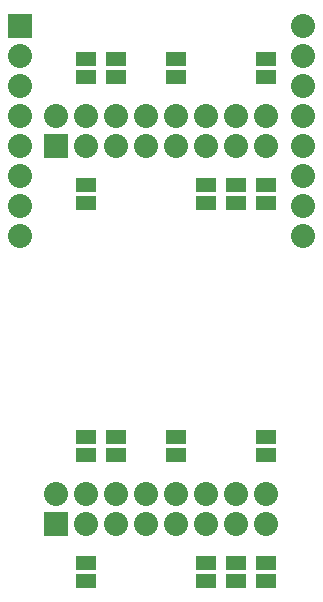
<source format=gts>
G04 (created by PCBNEW-RS274X (2011-aug-04)-testing) date Wed 17 Apr 2013 04:19:54 PM PDT*
G01*
G70*
G90*
%MOIN*%
G04 Gerber Fmt 3.4, Leading zero omitted, Abs format*
%FSLAX34Y34*%
G04 APERTURE LIST*
%ADD10C,0.006000*%
%ADD11R,0.080000X0.080000*%
%ADD12C,0.080000*%
%ADD13R,0.065000X0.045000*%
G04 APERTURE END LIST*
G54D10*
G54D11*
X22799Y-39398D03*
G54D12*
X22799Y-38398D03*
X23799Y-39398D03*
X23799Y-38398D03*
X24799Y-39398D03*
X24799Y-38398D03*
X25799Y-39398D03*
X25799Y-38398D03*
X26799Y-39398D03*
X26799Y-38398D03*
X27799Y-39398D03*
X27799Y-38398D03*
X28799Y-39398D03*
X28799Y-38398D03*
X29799Y-39398D03*
X29799Y-38398D03*
G54D11*
X22799Y-26799D03*
G54D12*
X22799Y-25799D03*
X23799Y-26799D03*
X23799Y-25799D03*
X24799Y-26799D03*
X24799Y-25799D03*
X25799Y-26799D03*
X25799Y-25799D03*
X26799Y-26799D03*
X26799Y-25799D03*
X27799Y-26799D03*
X27799Y-25799D03*
X28799Y-26799D03*
X28799Y-25799D03*
X29799Y-26799D03*
X29799Y-25799D03*
X31023Y-29800D03*
X31023Y-28800D03*
X31023Y-27800D03*
X31023Y-26800D03*
X31023Y-25800D03*
X31023Y-24800D03*
X31023Y-23800D03*
X31023Y-22800D03*
G54D11*
X21574Y-22800D03*
G54D12*
X21574Y-23800D03*
X21574Y-24800D03*
X21574Y-25800D03*
X21574Y-26800D03*
X21574Y-27800D03*
X21574Y-28800D03*
X21574Y-29800D03*
G54D13*
X28800Y-40700D03*
X28800Y-41300D03*
X28800Y-28100D03*
X28800Y-28700D03*
X23800Y-40700D03*
X23800Y-41300D03*
X23800Y-28100D03*
X23800Y-28700D03*
X23800Y-37100D03*
X23800Y-36500D03*
X23800Y-24500D03*
X23800Y-23900D03*
X26800Y-37100D03*
X26800Y-36500D03*
X26800Y-24500D03*
X26800Y-23900D03*
X24800Y-37100D03*
X24800Y-36500D03*
X24800Y-24500D03*
X24800Y-23900D03*
X27800Y-40700D03*
X27800Y-41300D03*
X27800Y-28100D03*
X27800Y-28700D03*
X29800Y-40700D03*
X29800Y-41300D03*
X29800Y-28100D03*
X29800Y-28700D03*
X29800Y-37100D03*
X29800Y-36500D03*
X29800Y-24500D03*
X29800Y-23900D03*
M02*

</source>
